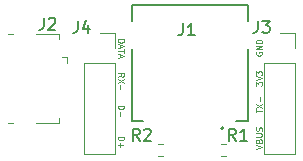
<source format=gbr>
%TF.GenerationSoftware,KiCad,Pcbnew,(6.0.0)*%
%TF.CreationDate,2022-07-25T11:20:30-04:00*%
%TF.ProjectId,dual_model_u,6475616c-5f6d-46f6-9465-6c5f752e6b69,rev?*%
%TF.SameCoordinates,Original*%
%TF.FileFunction,Legend,Top*%
%TF.FilePolarity,Positive*%
%FSLAX46Y46*%
G04 Gerber Fmt 4.6, Leading zero omitted, Abs format (unit mm)*
G04 Created by KiCad (PCBNEW (6.0.0)) date 2022-07-25 11:20:30*
%MOMM*%
%LPD*%
G01*
G04 APERTURE LIST*
%ADD10C,0.100000*%
%ADD11C,0.150000*%
%ADD12C,0.120000*%
%ADD13C,0.127000*%
%ADD14C,0.200000*%
G04 APERTURE END LIST*
D10*
X165638990Y-115171752D02*
X166138990Y-115005085D01*
X165638990Y-114838419D01*
X165877085Y-114505085D02*
X165900895Y-114433657D01*
X165924704Y-114409847D01*
X165972323Y-114386038D01*
X166043752Y-114386038D01*
X166091371Y-114409847D01*
X166115180Y-114433657D01*
X166138990Y-114481276D01*
X166138990Y-114671752D01*
X165638990Y-114671752D01*
X165638990Y-114505085D01*
X165662800Y-114457466D01*
X165686609Y-114433657D01*
X165734228Y-114409847D01*
X165781847Y-114409847D01*
X165829466Y-114433657D01*
X165853276Y-114457466D01*
X165877085Y-114505085D01*
X165877085Y-114671752D01*
X165638990Y-114171752D02*
X166043752Y-114171752D01*
X166091371Y-114147942D01*
X166115180Y-114124133D01*
X166138990Y-114076514D01*
X166138990Y-113981276D01*
X166115180Y-113933657D01*
X166091371Y-113909847D01*
X166043752Y-113886038D01*
X165638990Y-113886038D01*
X166115180Y-113671752D02*
X166138990Y-113600323D01*
X166138990Y-113481276D01*
X166115180Y-113433657D01*
X166091371Y-113409847D01*
X166043752Y-113386038D01*
X165996133Y-113386038D01*
X165948514Y-113409847D01*
X165924704Y-113433657D01*
X165900895Y-113481276D01*
X165877085Y-113576514D01*
X165853276Y-113624133D01*
X165829466Y-113647942D01*
X165781847Y-113671752D01*
X165734228Y-113671752D01*
X165686609Y-113647942D01*
X165662800Y-113624133D01*
X165638990Y-113576514D01*
X165638990Y-113457466D01*
X165662800Y-113386038D01*
X165638990Y-112100323D02*
X165638990Y-111814609D01*
X166138990Y-111957466D02*
X165638990Y-111957466D01*
X165638990Y-111695561D02*
X166138990Y-111362228D01*
X165638990Y-111362228D02*
X166138990Y-111695561D01*
X165948514Y-111171752D02*
X165948514Y-110790800D01*
X165638990Y-109838419D02*
X165638990Y-109528895D01*
X165829466Y-109695561D01*
X165829466Y-109624133D01*
X165853276Y-109576514D01*
X165877085Y-109552704D01*
X165924704Y-109528895D01*
X166043752Y-109528895D01*
X166091371Y-109552704D01*
X166115180Y-109576514D01*
X166138990Y-109624133D01*
X166138990Y-109766990D01*
X166115180Y-109814609D01*
X166091371Y-109838419D01*
X165638990Y-109386038D02*
X166138990Y-109219371D01*
X165638990Y-109052704D01*
X165638990Y-108933657D02*
X165638990Y-108624133D01*
X165829466Y-108790800D01*
X165829466Y-108719371D01*
X165853276Y-108671752D01*
X165877085Y-108647942D01*
X165924704Y-108624133D01*
X166043752Y-108624133D01*
X166091371Y-108647942D01*
X166115180Y-108671752D01*
X166138990Y-108719371D01*
X166138990Y-108862228D01*
X166115180Y-108909847D01*
X166091371Y-108933657D01*
X165662800Y-107005085D02*
X165638990Y-107052704D01*
X165638990Y-107124133D01*
X165662800Y-107195561D01*
X165710419Y-107243180D01*
X165758038Y-107266990D01*
X165853276Y-107290800D01*
X165924704Y-107290800D01*
X166019942Y-107266990D01*
X166067561Y-107243180D01*
X166115180Y-107195561D01*
X166138990Y-107124133D01*
X166138990Y-107076514D01*
X166115180Y-107005085D01*
X166091371Y-106981276D01*
X165924704Y-106981276D01*
X165924704Y-107076514D01*
X166138990Y-106766990D02*
X165638990Y-106766990D01*
X166138990Y-106481276D01*
X165638990Y-106481276D01*
X166138990Y-106243180D02*
X165638990Y-106243180D01*
X165638990Y-106124133D01*
X165662800Y-106052704D01*
X165710419Y-106005085D01*
X165758038Y-105981276D01*
X165853276Y-105957466D01*
X165924704Y-105957466D01*
X166019942Y-105981276D01*
X166067561Y-106005085D01*
X166115180Y-106052704D01*
X166138990Y-106124133D01*
X166138990Y-106243180D01*
X153951809Y-105918571D02*
X154451809Y-105918571D01*
X154451809Y-106037619D01*
X154428000Y-106109047D01*
X154380380Y-106156666D01*
X154332761Y-106180476D01*
X154237523Y-106204285D01*
X154166095Y-106204285D01*
X154070857Y-106180476D01*
X154023238Y-106156666D01*
X153975619Y-106109047D01*
X153951809Y-106037619D01*
X153951809Y-105918571D01*
X154094666Y-106394761D02*
X154094666Y-106632857D01*
X153951809Y-106347142D02*
X154451809Y-106513809D01*
X153951809Y-106680476D01*
X154451809Y-106775714D02*
X154451809Y-107061428D01*
X153951809Y-106918571D02*
X154451809Y-106918571D01*
X154094666Y-107204285D02*
X154094666Y-107442380D01*
X153951809Y-107156666D02*
X154451809Y-107323333D01*
X153951809Y-107490000D01*
X153951809Y-109085238D02*
X154189904Y-108918571D01*
X153951809Y-108799523D02*
X154451809Y-108799523D01*
X154451809Y-108990000D01*
X154428000Y-109037619D01*
X154404190Y-109061428D01*
X154356571Y-109085238D01*
X154285142Y-109085238D01*
X154237523Y-109061428D01*
X154213714Y-109037619D01*
X154189904Y-108990000D01*
X154189904Y-108799523D01*
X154451809Y-109251904D02*
X153951809Y-109585238D01*
X154451809Y-109585238D02*
X153951809Y-109251904D01*
X154142285Y-109775714D02*
X154142285Y-110156666D01*
X153951809Y-111537619D02*
X154451809Y-111537619D01*
X154451809Y-111656666D01*
X154428000Y-111728095D01*
X154380380Y-111775714D01*
X154332761Y-111799523D01*
X154237523Y-111823333D01*
X154166095Y-111823333D01*
X154070857Y-111799523D01*
X154023238Y-111775714D01*
X153975619Y-111728095D01*
X153951809Y-111656666D01*
X153951809Y-111537619D01*
X154142285Y-112037619D02*
X154142285Y-112418571D01*
X153951809Y-114180476D02*
X154451809Y-114180476D01*
X154451809Y-114299523D01*
X154428000Y-114370952D01*
X154380380Y-114418571D01*
X154332761Y-114442380D01*
X154237523Y-114466190D01*
X154166095Y-114466190D01*
X154070857Y-114442380D01*
X154023238Y-114418571D01*
X153975619Y-114370952D01*
X153951809Y-114299523D01*
X153951809Y-114180476D01*
X154142285Y-114680476D02*
X154142285Y-115061428D01*
X153951809Y-114870952D02*
X154332761Y-114870952D01*
D11*
%TO.C,R1*%
X163917333Y-114498380D02*
X163584000Y-114022190D01*
X163345904Y-114498380D02*
X163345904Y-113498380D01*
X163726857Y-113498380D01*
X163822095Y-113546000D01*
X163869714Y-113593619D01*
X163917333Y-113688857D01*
X163917333Y-113831714D01*
X163869714Y-113926952D01*
X163822095Y-113974571D01*
X163726857Y-114022190D01*
X163345904Y-114022190D01*
X164869714Y-114498380D02*
X164298285Y-114498380D01*
X164584000Y-114498380D02*
X164584000Y-113498380D01*
X164488761Y-113641238D01*
X164393523Y-113736476D01*
X164298285Y-113784095D01*
%TO.C,J1*%
X159432911Y-104581227D02*
X159432911Y-105295513D01*
X159385292Y-105438370D01*
X159290054Y-105533608D01*
X159147197Y-105581227D01*
X159051959Y-105581227D01*
X160432911Y-105581227D02*
X159861483Y-105581227D01*
X160147197Y-105581227D02*
X160147197Y-104581227D01*
X160051959Y-104724085D01*
X159956721Y-104819323D01*
X159861483Y-104866942D01*
%TO.C,J2*%
X147656666Y-104100380D02*
X147656666Y-104814666D01*
X147609047Y-104957523D01*
X147513809Y-105052761D01*
X147370952Y-105100380D01*
X147275714Y-105100380D01*
X148085238Y-104195619D02*
X148132857Y-104148000D01*
X148228095Y-104100380D01*
X148466190Y-104100380D01*
X148561428Y-104148000D01*
X148609047Y-104195619D01*
X148656666Y-104290857D01*
X148656666Y-104386095D01*
X148609047Y-104528952D01*
X148037619Y-105100380D01*
X148656666Y-105100380D01*
%TO.C,J4*%
X150542666Y-104354380D02*
X150542666Y-105068666D01*
X150495047Y-105211523D01*
X150399809Y-105306761D01*
X150256952Y-105354380D01*
X150161714Y-105354380D01*
X151447428Y-104687714D02*
X151447428Y-105354380D01*
X151209333Y-104306761D02*
X150971238Y-105021047D01*
X151590285Y-105021047D01*
%TO.C,J3*%
X165782666Y-104354380D02*
X165782666Y-105068666D01*
X165735047Y-105211523D01*
X165639809Y-105306761D01*
X165496952Y-105354380D01*
X165401714Y-105354380D01*
X166163619Y-104354380D02*
X166782666Y-104354380D01*
X166449333Y-104735333D01*
X166592190Y-104735333D01*
X166687428Y-104782952D01*
X166735047Y-104830571D01*
X166782666Y-104925809D01*
X166782666Y-105163904D01*
X166735047Y-105259142D01*
X166687428Y-105306761D01*
X166592190Y-105354380D01*
X166306476Y-105354380D01*
X166211238Y-105306761D01*
X166163619Y-105259142D01*
%TO.C,R2*%
X155789333Y-114498380D02*
X155456000Y-114022190D01*
X155217904Y-114498380D02*
X155217904Y-113498380D01*
X155598857Y-113498380D01*
X155694095Y-113546000D01*
X155741714Y-113593619D01*
X155789333Y-113688857D01*
X155789333Y-113831714D01*
X155741714Y-113926952D01*
X155694095Y-113974571D01*
X155598857Y-114022190D01*
X155217904Y-114022190D01*
X156170285Y-113593619D02*
X156217904Y-113546000D01*
X156313142Y-113498380D01*
X156551238Y-113498380D01*
X156646476Y-113546000D01*
X156694095Y-113593619D01*
X156741714Y-113688857D01*
X156741714Y-113784095D01*
X156694095Y-113926952D01*
X156122666Y-114498380D01*
X156741714Y-114498380D01*
D12*
%TO.C,R1*%
X162639742Y-115838500D02*
X163114258Y-115838500D01*
X162639742Y-114793500D02*
X163114258Y-114793500D01*
D13*
%TO.C,J1*%
X164945245Y-103002847D02*
X164945245Y-104362847D01*
X164945245Y-103002847D02*
X155095245Y-103002847D01*
X155095245Y-106702847D02*
X155095245Y-112872847D01*
X155095245Y-112872847D02*
X156070245Y-112872847D01*
X163960245Y-112872847D02*
X164945245Y-112872847D01*
X164945245Y-106702847D02*
X164945245Y-112872847D01*
X155095245Y-103002847D02*
X155095245Y-104362847D01*
D14*
X162870245Y-113432847D02*
G75*
G03*
X162870245Y-113432847I-100000J0D01*
G01*
D12*
%TO.C,J2*%
X148980000Y-105460000D02*
X148980000Y-105880000D01*
X149660000Y-107910000D02*
X149660000Y-107460000D01*
X145030000Y-112980000D02*
X144630000Y-112980000D01*
X149210000Y-107460000D02*
X149660000Y-107460000D01*
X144630000Y-105460000D02*
X145030000Y-105460000D01*
X147000000Y-112980000D02*
X148980000Y-112980000D01*
X147000000Y-105460000D02*
X148980000Y-105460000D01*
X148980000Y-112980000D02*
X148980000Y-112560000D01*
%TO.C,J4*%
X151070000Y-107950000D02*
X153730000Y-107950000D01*
X151070000Y-107950000D02*
X151070000Y-115630000D01*
X151070000Y-115630000D02*
X153730000Y-115630000D01*
X153730000Y-107950000D02*
X153730000Y-115630000D01*
X153730000Y-105350000D02*
X153730000Y-106680000D01*
X152400000Y-105350000D02*
X153730000Y-105350000D01*
%TO.C,J3*%
X167640000Y-105350000D02*
X168970000Y-105350000D01*
X166310000Y-107950000D02*
X168970000Y-107950000D01*
X166310000Y-107950000D02*
X166310000Y-115630000D01*
X168970000Y-105350000D02*
X168970000Y-106680000D01*
X168970000Y-107950000D02*
X168970000Y-115630000D01*
X166310000Y-115630000D02*
X168970000Y-115630000D01*
%TO.C,R2*%
X157780258Y-115838500D02*
X157305742Y-115838500D01*
X157780258Y-114793500D02*
X157305742Y-114793500D01*
%TD*%
M02*

</source>
